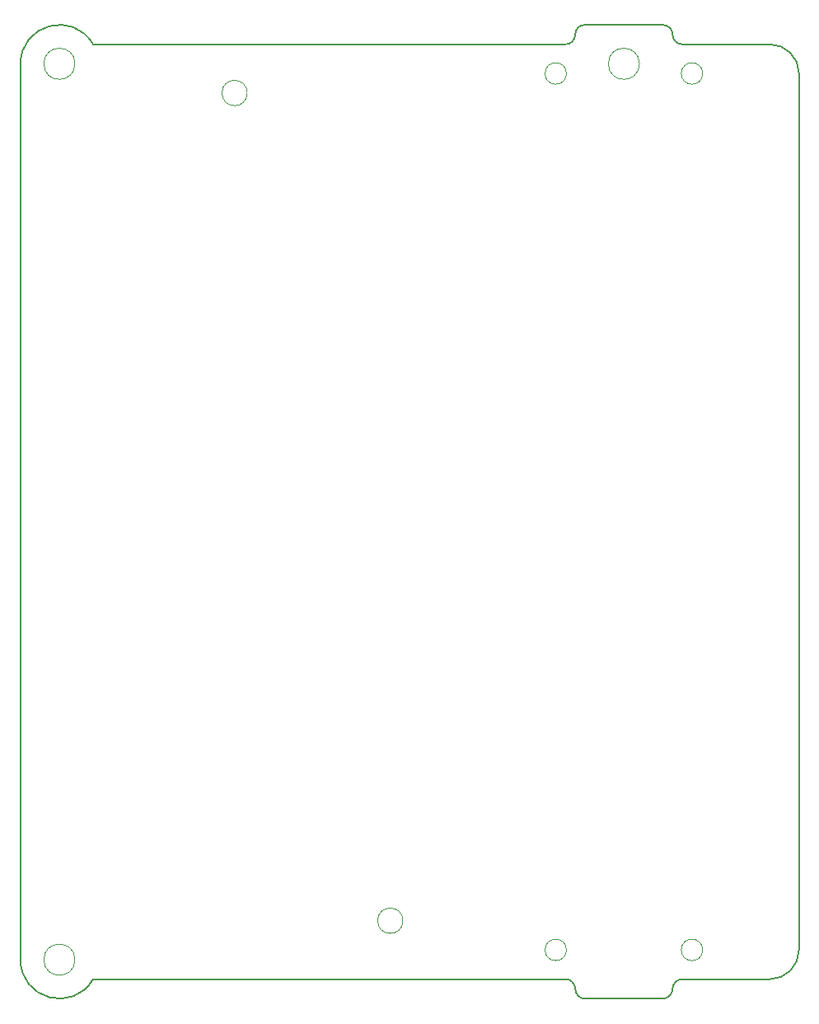
<source format=gbr>
%TF.GenerationSoftware,KiCad,Pcbnew,9.0.6*%
%TF.CreationDate,2025-11-22T20:55:52+03:00*%
%TF.ProjectId,PMPS-20W,504d5053-2d32-4305-972e-6b696361645f,rev?*%
%TF.SameCoordinates,Original*%
%TF.FileFunction,Profile,NP*%
%FSLAX46Y46*%
G04 Gerber Fmt 4.6, Leading zero omitted, Abs format (unit mm)*
G04 Created by KiCad (PCBNEW 9.0.6) date 2025-11-22 20:55:52*
%MOMM*%
%LPD*%
G01*
G04 APERTURE LIST*
%TA.AperFunction,Profile*%
%ADD10C,0.200000*%
%TD*%
%TA.AperFunction,Profile*%
%ADD11C,0.050000*%
%TD*%
G04 APERTURE END LIST*
D10*
X40000000Y-45000000D02*
G75*
G02*
X37000000Y-48000000I-3000000J0D01*
G01*
X37000000Y48000000D02*
G75*
G02*
X40000000Y45000000I0J-3000000D01*
G01*
X18000000Y-50000000D02*
G75*
G02*
X17000000Y-49000000I0J1000000D01*
G01*
X28000000Y48000000D02*
X37000000Y48000000D01*
X16000000Y-48000000D02*
X-32535899Y-48000000D01*
X-32535899Y48000000D02*
X16000000Y48000000D01*
X18000000Y-50000000D02*
X26000000Y-50000000D01*
X-40000000Y-46000000D02*
X-40000000Y46000000D01*
X27000000Y-49000000D02*
G75*
G02*
X28000000Y-48000000I1000000J0D01*
G01*
X28000000Y-48000000D02*
X37000000Y-48000000D01*
X16000000Y-48000000D02*
G75*
G02*
X17000000Y-49000000I0J-1000000D01*
G01*
X26000000Y50000000D02*
X18000000Y50000000D01*
X27000000Y-49000000D02*
G75*
G02*
X26000000Y-50000000I-1000000J0D01*
G01*
X17000000Y49000000D02*
G75*
G02*
X16000000Y48000000I-1000000J0D01*
G01*
X17000000Y49000000D02*
G75*
G02*
X18000000Y50000000I1000000J0D01*
G01*
X-32535899Y-48000000D02*
G75*
G02*
X-39999999Y-46000000I-3464101J2000000D01*
G01*
X-39999999Y46000000D02*
G75*
G02*
X-32535899Y48000000I3999999J0D01*
G01*
X28000000Y48000000D02*
G75*
G02*
X27000000Y49000000I0J1000000D01*
G01*
X40000000Y45000000D02*
X40000000Y-45000000D01*
X26000000Y50000000D02*
G75*
G02*
X27000000Y49000000I0J-1000000D01*
G01*
D11*
%TO.C,H1*%
X-34400000Y45999999D02*
G75*
G02*
X-37600000Y45999999I-1600000J0D01*
G01*
X-37600000Y45999999D02*
G75*
G02*
X-34400000Y45999999I1600000J0D01*
G01*
%TO.C,H2*%
X23600000Y46000000D02*
G75*
G02*
X20400000Y46000000I-1600000J0D01*
G01*
X20400000Y46000000D02*
G75*
G02*
X23600000Y46000000I1600000J0D01*
G01*
%TO.C,U4*%
X-700000Y-42000000D02*
G75*
G02*
X-3300000Y-42000000I-1300000J0D01*
G01*
X-3300000Y-42000000D02*
G75*
G02*
X-700000Y-42000000I1300000J0D01*
G01*
%TO.C,H3*%
X-34400000Y-46000000D02*
G75*
G02*
X-37600000Y-46000000I-1600000J0D01*
G01*
X-37600000Y-46000000D02*
G75*
G02*
X-34400000Y-46000000I1600000J0D01*
G01*
%TO.C,U2*%
X-16700000Y43000000D02*
G75*
G02*
X-19300000Y43000000I-1300000J0D01*
G01*
X-19300000Y43000000D02*
G75*
G02*
X-16700000Y43000000I1300000J0D01*
G01*
%TO.C,SP1*%
X16100000Y45000000D02*
G75*
G02*
X13900000Y45000000I-1100000J0D01*
G01*
X13900000Y45000000D02*
G75*
G02*
X16100000Y45000000I1100000J0D01*
G01*
X16100000Y-45000000D02*
G75*
G02*
X13900000Y-45000000I-1100000J0D01*
G01*
X13900000Y-45000000D02*
G75*
G02*
X16100000Y-45000000I1100000J0D01*
G01*
X30100000Y45000000D02*
G75*
G02*
X27900000Y45000000I-1100000J0D01*
G01*
X27900000Y45000000D02*
G75*
G02*
X30100000Y45000000I1100000J0D01*
G01*
X30100000Y-45000000D02*
G75*
G02*
X27900000Y-45000000I-1100000J0D01*
G01*
X27900000Y-45000000D02*
G75*
G02*
X30100000Y-45000000I1100000J0D01*
G01*
%TD*%
M02*

</source>
